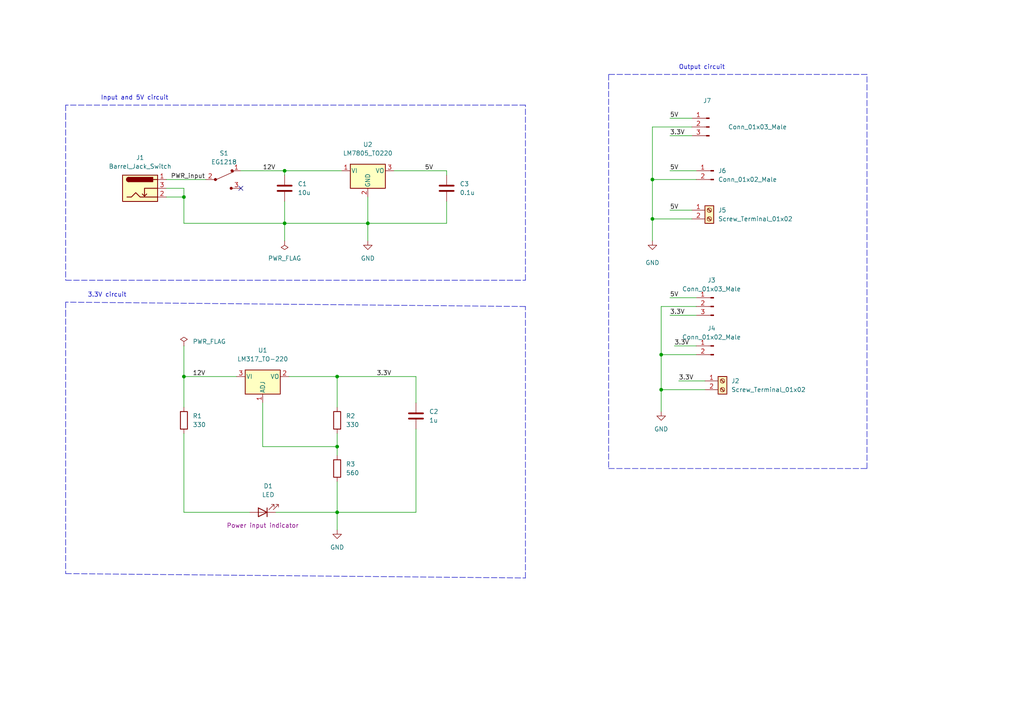
<source format=kicad_sch>
(kicad_sch (version 20211123) (generator eeschema)
  (paper "A4")
  (title_block (title "Breadboard Power Supply") (date "2025-05-13") (rev "1") (company "Tech Explorations"))
  (lib_symbols
    (symbol "Connector:Barrel_Jack_Switch" (pin_names hide)
      (property "Reference" "J" (at 0 5.334 0))
      (property "Value" "Barrel_Jack_Switch" (at 0 -5.08 0))
      (symbol "Barrel_Jack_Switch_0_1"
        (rectangle (start -5.08 3.81) (end 5.08 -3.81) (stroke (width 0.254)) (fill (type background)))
        (arc (start -3.302 3.175) (mid -3.937 2.54) (end -3.302 1.905) (stroke (width 0.254)))
        (arc (start -3.302 3.175) (mid -3.937 2.54) (end -3.302 1.905) (stroke (width 0.254)) (fill (type outline)))
        (polyline (pts (xy 1.27 -2.286) (xy 1.905 -1.651)) (stroke (width 0.254)))
        (polyline (pts (xy 5.08 2.54) (xy 3.81 2.54)) (stroke (width 0.254)))
        (polyline (pts (xy 5.08 0) (xy 1.27 0) (xy 1.27 -2.286) (xy 0.635 -1.651)) (stroke (width 0.254)))
        (polyline (pts (xy -3.81 -2.54) (xy -2.54 -2.54) (xy -1.27 -1.27) (xy 0 -2.54) (xy 2.54 -2.54) (xy 5.08 -2.54)) (stroke (width 0.254)))
        (rectangle (start 3.683 3.175) (end -3.302 1.905) (stroke (width 0.254)) (fill (type outline)))
      )
      (symbol "Barrel_Jack_Switch_1_1"
        (pin passive line (at 7.62 2.54 180) (length 2.54) (name "~") (number "1"))
        (pin passive line (at 7.62 -2.54 180) (length 2.54) (name "~") (number "2"))
        (pin passive line (at 7.62 0 180) (length 2.54) (name "~") (number "3"))
      )
    )
    (symbol "Connector:Conn_01x02_Male" (pin_names (offset 1.016) hide)
      (property "Reference" "J" (at 0 2.54 0))
      (property "Value" "Conn_01x02_Male" (at 0 -5.08 0))
      (symbol "Conn_01x02_Male_1_1"
        (polyline (pts (xy 1.27 -2.54) (xy 0.8636 -2.54)) (stroke (width 0.1524)))
        (polyline (pts (xy 1.27 0) (xy 0.8636 0)) (stroke (width 0.1524)))
        (rectangle (start 0.8636 -2.413) (end 0 -2.667) (stroke (width 0.1524)) (fill (type outline)))
        (rectangle (start 0.8636 0.127) (end 0 -0.127) (stroke (width 0.1524)) (fill (type outline)))
        (pin passive line (at 5.08 0 180) (length 3.81) (name "Pin_1") (number "1"))
        (pin passive line (at 5.08 -2.54 180) (length 3.81) (name "Pin_2") (number "2"))
      )
    )
    (symbol "Connector:Conn_01x03_Male" (pin_names (offset 1.016) hide)
      (property "Reference" "J" (at 0 5.08 0))
      (property "Value" "Conn_01x03_Male" (at 0 -5.08 0))
      (symbol "Conn_01x03_Male_1_1"
        (polyline (pts (xy 1.27 -2.54) (xy 0.8636 -2.54)) (stroke (width 0.1524)))
        (polyline (pts (xy 1.27 0) (xy 0.8636 0)) (stroke (width 0.1524)))
        (polyline (pts (xy 1.27 2.54) (xy 0.8636 2.54)) (stroke (width 0.1524)))
        (rectangle (start 0.8636 -2.413) (end 0 -2.667) (stroke (width 0.1524)) (fill (type outline)))
        (rectangle (start 0.8636 0.127) (end 0 -0.127) (stroke (width 0.1524)) (fill (type outline)))
        (rectangle (start 0.8636 2.667) (end 0 2.413) (stroke (width 0.1524)) (fill (type outline)))
        (pin passive line (at 5.08 2.54 180) (length 3.81) (name "Pin_1") (number "1"))
        (pin passive line (at 5.08 0 180) (length 3.81) (name "Pin_2") (number "2"))
        (pin passive line (at 5.08 -2.54 180) (length 3.81) (name "Pin_3") (number "3"))
      )
    )
    (symbol "Connector:Screw_Terminal_01x02" (pin_names (offset 1.016) hide)
      (property "Reference" "J" (at 0 2.54 0))
      (property "Value" "Screw_Terminal_01x02" (at 0 -5.08 0))
      (symbol "Screw_Terminal_01x02_1_1"
        (rectangle (start -1.27 1.27) (end 1.27 -3.81) (stroke (width 0.254)) (fill (type background)))
        (circle (center 0 -2.54) (radius 0.635) (stroke (width 0.1524)))
        (polyline (pts (xy -0.5334 -2.2098) (xy 0.3302 -3.048)) (stroke (width 0.1524)))
        (polyline (pts (xy -0.5334 0.3302) (xy 0.3302 -0.508)) (stroke (width 0.1524)))
        (polyline (pts (xy -0.3556 -2.032) (xy 0.508 -2.8702)) (stroke (width 0.1524)))
        (polyline (pts (xy -0.3556 0.508) (xy 0.508 -0.3302)) (stroke (width 0.1524)))
        (circle (center 0 0) (radius 0.635) (stroke (width 0.1524)))
        (pin passive line (at -5.08 0 0) (length 3.81) (name "Pin_1") (number "1"))
        (pin passive line (at -5.08 -2.54 0) (length 3.81) (name "Pin_2") (number "2"))
      )
    )
    (symbol "Device:C" (pin_numbers hide) (pin_names (offset 0.254))
      (property "Reference" "C" (at 0.635 2.54 0))
      (property "Value" "C" (at 0.635 -2.54 0))
      (symbol "C_0_1"
        (polyline (pts (xy -2.032 -0.762) (xy 2.032 -0.762)) (stroke (width 0.508)))
        (polyline (pts (xy -2.032 0.762) (xy 2.032 0.762)) (stroke (width 0.508)))
      )
      (symbol "C_1_1"
        (pin passive line (at 0 3.81 270) (length 2.794) (name "~") (number "1"))
        (pin passive line (at 0 -3.81 90) (length 2.794) (name "~") (number "2"))
      )
    )
    (symbol "Device:LED" (pin_numbers hide) (pin_names (offset 1.016) hide)
      (property "Reference" "D" (at 0 2.54 0))
      (property "Value" "LED" (at 0 -2.54 0))
      (symbol "LED_0_1"
        (polyline (pts (xy -1.27 -1.27) (xy -1.27 1.27)) (stroke (width 0.254)))
        (polyline (pts (xy -1.27 0) (xy 1.27 0)))
        (polyline (pts (xy 1.27 -1.27) (xy 1.27 1.27) (xy -1.27 0) (xy 1.27 -1.27)) (stroke (width 0.254)))
        (polyline (pts (xy -3.048 -0.762) (xy -4.572 -2.286) (xy -3.81 -2.286) (xy -4.572 -2.286) (xy -4.572 -1.524)))
        (polyline (pts (xy -1.778 -0.762) (xy -3.302 -2.286) (xy -2.54 -2.286) (xy -3.302 -2.286) (xy -3.302 -1.524)))
      )
      (symbol "LED_1_1"
        (pin passive line (at -3.81 0 0) (length 2.54) (name "K") (number "1"))
        (pin passive line (at 3.81 0 180) (length 2.54) (name "A") (number "2"))
      )
    )
    (symbol "Device:R" (pin_numbers hide) (pin_names (offset 0))
      (property "Reference" "R" (at 2.032 0 90))
      (property "Value" "R" (at 0 0 90))
      (symbol "R_0_1"
        (rectangle (start -1.016 -2.54) (end 1.016 2.54) (stroke (width 0.254)))
      )
      (symbol "R_1_1"
        (pin passive line (at 0 3.81 270) (length 1.27) (name "~") (number "1"))
        (pin passive line (at 0 -3.81 90) (length 1.27) (name "~") (number "2"))
      )
    )
    (symbol "Regulator_Linear:LM317_TO-220" (pin_names (offset 0.254))
      (property "Reference" "U" (at -3.81 3.175 0))
      (property "Value" "LM317_TO-220" (at 0 3.175 0))
      (symbol "LM317_TO-220_0_1"
        (rectangle (start -5.08 1.905) (end 5.08 -5.08) (stroke (width 0.254)) (fill (type background)))
      )
      (symbol "LM317_TO-220_1_1"
        (pin input line (at 0 -7.62 90) (length 2.54) (name "ADJ") (number "1"))
        (pin power_out line (at 7.62 0 180) (length 2.54) (name "VO") (number "2"))
        (pin power_in line (at -7.62 0 0) (length 2.54) (name "VI") (number "3"))
      )
    )
    (symbol "Regulator_Linear:LM7805_TO220" (pin_names (offset 0.254))
      (property "Reference" "U" (at -3.81 3.175 0))
      (property "Value" "LM7805_TO220" (at 0 3.175 0))
      (symbol "LM7805_TO220_0_1"
        (rectangle (start -5.08 1.905) (end 5.08 -5.08) (stroke (width 0.254)) (fill (type background)))
      )
      (symbol "LM7805_TO220_1_1"
        (pin power_in line (at -7.62 0 0) (length 2.54) (name "VI") (number "1"))
        (pin power_in line (at 0 -7.62 90) (length 2.54) (name "GND") (number "2"))
        (pin power_out line (at 7.62 0 180) (length 2.54) (name "VO") (number "3"))
      )
    )
    (symbol "dk_Slide-Switches:EG1218" (pin_names (offset 0))
      (property "Reference" "S" (at -3.81 2.286 0))
      (property "Value" "EG1218" (at 0 -5.334 0))
      (symbol "EG1218_0_1"
        (circle (center -2.286 0) (radius 0.3556) (fill (type outline)))
        (polyline (pts (xy -2.032 0) (xy 3.048 2.286)))
        (circle (center 2.286 -2.54) (radius 0.3556) (fill (type outline)))
        (circle (center 2.54 2.54) (radius 0.3556) (fill (type outline)))
      )
      (symbol "EG1218_1_1"
        (pin passive line (at 5.08 2.54 180) (length 2.54) (name "~") (number "1"))
        (pin passive line (at -5.08 0 0) (length 2.54) (name "~") (number "2"))
        (pin passive line (at 5.08 -2.54 180) (length 2.54) (name "~") (number "3"))
      )
    )
    (symbol "power:GND" (power) (pin_names (offset 0))
      (property "Value" "GND" (at 0 -3.81 0))
      (symbol "GND_0_1"
        (polyline (pts (xy 0 0) (xy 0 -1.27) (xy 1.27 -1.27) (xy 0 -2.54) (xy -1.27 -1.27) (xy 0 -1.27)))
      )
      (symbol "GND_1_1"
        (pin power_in line (at 0 0 270) (length 0) hide (name "GND") (number "1"))
      )
    )
    (symbol "power:PWR_FLAG" (power) (pin_numbers hide) (pin_names (offset 0) hide)
      (property "Value" "PWR_FLAG" (at 0 3.81 0))
      (symbol "PWR_FLAG_0_0"
        (pin power_out line (at 0 0 90) (length 0) (name "pwr") (number "1"))
      )
      (symbol "PWR_FLAG_0_1"
        (polyline (pts (xy 0 0) (xy 0 1.27) (xy -1.016 1.905) (xy 0 2.54) (xy 1.016 1.905) (xy 0 1.27)))
      )
    )
  )
  (junction (at 82.55 64.77))
  (junction (at 82.55 49.53))
  (junction (at 191.77 102.87))
  (junction (at 53.34 57.15))
  (junction (at 191.77 113.03))
  (junction (at 97.79 109.22))
  (junction (at 189.23 63.5))
  (junction (at 106.68 64.77))
  (junction (at 97.79 129.54))
  (junction (at 53.34 109.22))
  (junction (at 189.23 52.07))
  (junction (at 97.79 148.59))
  (no_connect (at 69.85 54.61))
  (polyline (pts (xy 152.4 167.64) (xy 152.4 88.9)))
  (wire (pts (xy 106.68 64.77) (xy 82.55 64.77)))
  (wire (pts (xy 196.85 110.49) (xy 204.47 110.49)))
  (wire (pts (xy 97.79 109.22) (xy 97.79 118.11)))
  (polyline (pts (xy 251.46 135.89) (xy 251.46 21.59)))
  (wire (pts (xy 53.34 125.73) (xy 53.34 148.59)))
  (polyline (pts (xy 176.53 24.13) (xy 176.53 135.89)))
  (wire (pts (xy 189.23 69.85) (xy 189.23 63.5)))
  (wire (pts (xy 53.34 100.33) (xy 53.34 109.22)))
  (wire (pts (xy 82.55 64.77) (xy 53.34 64.77)))
  (wire (pts (xy 82.55 69.85) (xy 82.55 64.77)))
  (wire (pts (xy 97.79 132.08) (xy 97.79 129.54)))
  (polyline (pts (xy 19.05 166.37) (xy 152.4 167.64)))
  (wire (pts (xy 82.55 58.42) (xy 82.55 64.77)))
  (wire (pts (xy 120.65 124.46) (xy 120.65 148.59)))
  (wire (pts (xy 48.26 52.07) (xy 59.69 52.07)))
  (polyline (pts (xy 19.05 81.28) (xy 152.4 81.28)))
  (wire (pts (xy 129.54 58.42) (xy 129.54 64.77)))
  (polyline (pts (xy 152.4 88.9) (xy 19.05 87.63)))
  (wire (pts (xy 97.79 129.54) (xy 97.79 125.73)))
  (wire (pts (xy 106.68 69.85) (xy 106.68 64.77)))
  (polyline (pts (xy 152.4 81.28) (xy 152.4 30.48)))
  (wire (pts (xy 129.54 49.53) (xy 129.54 50.8)))
  (wire (pts (xy 201.93 88.9) (xy 191.77 88.9)))
  (wire (pts (xy 53.34 64.77) (xy 53.34 57.15)))
  (wire (pts (xy 76.2 129.54) (xy 97.79 129.54)))
  (wire (pts (xy 99.06 49.53) (xy 82.55 49.53)))
  (wire (pts (xy 195.58 100.33) (xy 201.93 100.33)))
  (polyline (pts (xy 176.53 21.59) (xy 176.53 24.13)))
  (wire (pts (xy 191.77 113.03) (xy 191.77 102.87)))
  (wire (pts (xy 189.23 52.07) (xy 189.23 36.83)))
  (wire (pts (xy 200.66 60.96) (xy 194.31 60.96)))
  (polyline (pts (xy 176.53 135.89) (xy 251.46 135.89)))
  (wire (pts (xy 97.79 139.7) (xy 97.79 148.59)))
  (wire (pts (xy 191.77 119.38) (xy 191.77 113.03)))
  (wire (pts (xy 82.55 49.53) (xy 82.55 50.8)))
  (wire (pts (xy 120.65 109.22) (xy 97.79 109.22)))
  (wire (pts (xy 114.3 49.53) (xy 129.54 49.53)))
  (wire (pts (xy 189.23 52.07) (xy 201.93 52.07)))
  (wire (pts (xy 129.54 64.77) (xy 106.68 64.77)))
  (wire (pts (xy 97.79 153.67) (xy 97.79 148.59)))
  (wire (pts (xy 201.93 91.44) (xy 194.31 91.44)))
  (wire (pts (xy 97.79 109.22) (xy 83.82 109.22)))
  (wire (pts (xy 48.26 54.61) (xy 53.34 54.61)))
  (wire (pts (xy 120.65 116.84) (xy 120.65 109.22)))
  (polyline (pts (xy 19.05 90.17) (xy 19.05 166.37)))
  (wire (pts (xy 191.77 88.9) (xy 191.77 102.87)))
  (polyline (pts (xy 251.46 21.59) (xy 176.53 21.59)))
  (wire (pts (xy 53.34 57.15) (xy 48.26 57.15)))
  (polyline (pts (xy 19.05 87.63) (xy 19.05 90.17)))
  (wire (pts (xy 53.34 148.59) (xy 72.39 148.59)))
  (wire (pts (xy 189.23 63.5) (xy 200.66 63.5)))
  (wire (pts (xy 53.34 54.61) (xy 53.34 57.15)))
  (wire (pts (xy 106.68 57.15) (xy 106.68 64.77)))
  (wire (pts (xy 200.66 34.29) (xy 194.31 34.29)))
  (wire (pts (xy 120.65 148.59) (xy 97.79 148.59)))
  (wire (pts (xy 191.77 102.87) (xy 201.93 102.87)))
  (wire (pts (xy 189.23 36.83) (xy 200.66 36.83)))
  (wire (pts (xy 201.93 86.36) (xy 194.31 86.36)))
  (wire (pts (xy 53.34 109.22) (xy 53.34 118.11)))
  (polyline (pts (xy 19.05 30.48) (xy 19.05 33.02)))
  (wire (pts (xy 69.85 49.53) (xy 82.55 49.53)))
  (polyline (pts (xy 152.4 30.48) (xy 19.05 30.48)))
  (wire (pts (xy 76.2 116.84) (xy 76.2 129.54)))
  (wire (pts (xy 97.79 148.59) (xy 80.01 148.59)))
  (wire (pts (xy 68.58 109.22) (xy 53.34 109.22)))
  (wire (pts (xy 194.31 49.53) (xy 201.93 49.53)))
  (polyline (pts (xy 19.05 33.02) (xy 19.05 81.28)))
  (wire (pts (xy 189.23 63.5) (xy 189.23 52.07)))
  (wire (pts (xy 204.47 113.03) (xy 191.77 113.03)))
  (wire (pts (xy 200.66 39.37) (xy 194.31 39.37)))
  (text "Output circuit\n" (at 196.85 20.32 0) (effects (font (size 1.27 1.27)) (justify left bottom)))
  (text "3.3V circuit\n" (at 25.4 86.36 0) (effects (font (size 1.27 1.27)) (justify left bottom)))
  (text "Input and 5V circuit" (at 29.21 29.21 0) (effects (font (size 1.27 1.27)) (justify left bottom)))
  (label "12V" (at 76.2 49.53 0))
  (label "5V" (at 194.31 86.36 0))
  (label "3.3V" (at 194.31 39.37 0))
  (label "3.3V" (at 194.31 91.44 0))
  (label "5V" (at 194.31 49.53 0))
  (label "5V" (at 123.19 49.53 0))
  (label "3.3V" (at 109.22 109.22 0))
  (label "3.3V" (at 196.85 110.49 0))
  (label "PWR_input" (at 49.53 52.07 0))
  (label "5V" (at 194.31 60.96 0))
  (label "12V" (at 55.88 109.22 0))
  (label "5V" (at 194.31 34.29 0))
  (label "3.3V" (at 195.58 100.33 0))
  (symbol (lib_id "Connector:Screw_Terminal_01x02") (at 209.55 110.49 0) (unit 1)
    (property "Reference" "J2" (at 212.09 110.4899 0) (effects (justify left)))
    (property "Value" "Screw_Terminal_01x02" (at 212.09 113.0299 0) (effects (justify left)))
    (property "Footprint" "TerminalBlock:TerminalBlock_bornier-2_P5.08mm" (effects hide))
  )
  (symbol (lib_id "Device:C") (at 129.54 54.61 0) (unit 1)
    (property "Reference" "C3" (at 133.35 53.3399 0) (effects (justify left)))
    (property "Value" "0.1u" (at 133.35 55.8799 0) (effects (justify left)))
    (property "Footprint" "Capacitor_THT:C_Disc_D3.0mm_W1.6mm_P2.50mm" (effects hide))
  )
  (symbol (lib_id "Connector:Conn_01x03_Male") (at 207.01 88.9 0) (mirror y) (unit 1)
    (property "Reference" "J3" (at 206.375 81.28 0))
    (property "Value" "Conn_01x03_Male" (at 206.375 83.82 0))
    (property "Footprint" "Connector_PinHeader_2.54mm:PinHeader_1x03_P2.54mm_Vertical" (effects hide))
  )
  (symbol (lib_id "Device:C") (at 82.55 54.61 0) (unit 1)
    (property "Reference" "C1" (at 86.36 53.3399 0) (effects (justify left)))
    (property "Value" "10u" (at 86.36 55.8799 0) (effects (justify left)))
    (property "Footprint" "Capacitor_THT:C_Disc_D3.0mm_W1.6mm_P2.50mm" (effects hide))
  )
  (symbol (lib_id "power:GND") (at 97.79 153.67 0) (unit 1)
    (property "Reference" "#PWR0104" (effects hide))
    (property "Value" "GND" (at 97.79 158.75 0))
  )
  (symbol (lib_id "Connector:Conn_01x02_Male") (at 207.01 100.33 0) (mirror y) (unit 1)
    (property "Reference" "J4" (at 206.375 95.25 0))
    (property "Value" "Conn_01x02_Male" (at 206.375 97.79 0))
    (property "Footprint" "Connector_PinHeader_2.54mm:PinHeader_1x02_P2.54mm_Vertical" (effects hide))
  )
  (symbol (lib_id "power:GND") (at 189.23 69.85 0) (unit 1)
    (property "Reference" "#PWR0102" (effects hide))
    (property "Value" "GND" (at 189.23 76.2 0))
  )
  (symbol (lib_id "Device:R") (at 97.79 135.89 180) (unit 1)
    (property "Reference" "R3" (at 100.33 134.6199 0) (effects (justify right)))
    (property "Value" "560" (at 100.33 137.1599 0) (effects (justify right)))
    (property "Footprint" "Resistor_THT:R_Axial_DIN0204_L3.6mm_D1.6mm_P7.62mm_Horizontal" (effects hide))
  )
  (symbol (lib_id "power:GND") (at 106.68 69.85 0) (unit 1)
    (property "Reference" "#PWR0103" (effects hide))
    (property "Value" "GND" (at 106.68 74.93 0))
  )
  (symbol (lib_id "Regulator_Linear:LM7805_TO220") (at 106.68 49.53 0) (unit 1)
    (property "Reference" "U2" (at 106.68 41.91 0))
    (property "Value" "LM7805_TO220" (at 106.68 44.45 0))
    (property "Footprint" "Package_TO_SOT_THT:TO-220-3_Vertical" (effects hide))
    (property "Datasheet" "https://www.onsemi.cn/PowerSolutions/document/MC7800-D.PDF" (effects hide))
  )
  (symbol (lib_id "Regulator_Linear:LM317_TO-220") (at 76.2 109.22 0) (unit 1)
    (property "Reference" "U1" (at 76.2 101.6 0))
    (property "Value" "LM317_TO-220" (at 76.2 104.14 0))
    (property "Footprint" "Package_TO_SOT_THT:TO-220-3_Vertical" (effects hide))
    (property "Datasheet" "http://www.ti.com/lit/ds/symlink/lm317.pdf" (effects hide))
  )
  (symbol (lib_id "power:PWR_FLAG") (at 82.55 69.85 180) (unit 1)
    (property "Reference" "#FLG0101" (effects hide))
    (property "Value" "PWR_FLAG" (at 82.55 74.93 0))
  )
  (symbol (lib_id "Connector:Conn_01x03_Male") (at 205.74 36.83 0) (mirror y) (unit 1)
    (property "Reference" "J7" (at 205.105 29.21 0))
    (property "Value" "Conn_01x03_Male" (at 219.71 36.83 0))
    (property "Footprint" "Connector_PinHeader_2.54mm:PinHeader_1x03_P2.54mm_Vertical" (effects hide))
  )
  (symbol (lib_id "power:GND") (at 191.77 119.38 0) (unit 1)
    (property "Reference" "#PWR0101" (effects hide))
    (property "Value" "GND" (at 191.77 124.46 0))
  )
  (symbol (lib_id "Device:C") (at 120.65 120.65 0) (unit 1)
    (property "Reference" "C2" (at 124.46 119.3799 0) (effects (justify left)))
    (property "Value" "1u" (at 124.46 121.9199 0) (effects (justify left)))
    (property "Footprint" "Capacitor_THT:C_Disc_D3.0mm_W1.6mm_P2.50mm" (effects hide))
  )
  (symbol (lib_id "Device:R") (at 53.34 121.92 180) (unit 1)
    (property "Reference" "R1" (at 55.88 120.6499 0) (effects (justify right)))
    (property "Value" "330" (at 55.88 123.1899 0) (effects (justify right)))
    (property "Footprint" "Resistor_THT:R_Axial_DIN0204_L3.6mm_D1.6mm_P7.62mm_Horizontal" (effects hide))
  )
  (symbol (lib_id "Device:LED") (at 76.2 148.59 180) (unit 1)
    (property "Reference" "D1" (at 77.7875 140.97 0))
    (property "Value" "LED" (at 77.7875 143.51 0))
    (property "Footprint" "LED_THT:LED_D5.0mm" (effects hide))
    (property "Purpose" "Power input indicator" (at 76.2 152.4 0))
  )
  (symbol (lib_id "Connector:Screw_Terminal_01x02") (at 205.74 60.96 0) (unit 1)
    (property "Reference" "J5" (at 208.28 60.9599 0) (effects (justify left)))
    (property "Value" "Screw_Terminal_01x02" (at 208.28 63.4999 0) (effects (justify left)))
    (property "Footprint" "TerminalBlock:TerminalBlock_bornier-2_P5.08mm" (effects hide))
  )
  (symbol (lib_id "power:PWR_FLAG") (at 53.34 100.33 0) (unit 1)
    (property "Reference" "#FLG0102" (effects hide))
    (property "Value" "PWR_FLAG" (at 55.88 99.0599 0) (effects (justify left)))
  )
  (symbol (lib_id "Connector:Conn_01x02_Male") (at 207.01 49.53 0) (mirror y) (unit 1)
    (property "Reference" "J6" (at 208.28 49.5299 0) (effects (justify right)))
    (property "Value" "Conn_01x02_Male" (at 208.28 52.0699 0) (effects (justify right)))
    (property "Footprint" "Connector_PinHeader_2.54mm:PinHeader_1x02_P2.54mm_Vertical" (effects hide))
  )
  (symbol (lib_id "dk_Slide-Switches:EG1218") (at 64.77 52.07 0) (unit 1)
    (property "Reference" "S1" (at 64.9732 44.45 0))
    (property "Value" "EG1218" (at 64.9732 46.99 0))
    (property "Footprint" "digikey-footprints:Switch_Slide_11.6x4mm_EG1218" (effects hide))
    (property "Datasheet" "http://spec_sheets.e-switch.com/specs/P040040.pdf" (effects hide))
    (property "Digi-Key_PN" "EG1903-ND" (effects hide))
    (property "MPN" "EG1218" (effects hide))
    (property "Category" "Switches" (effects hide))
    (property "Family" "Slide Switches" (effects hide))
    (property "DK_Datasheet_Link" "http://spec_sheets.e-switch.com/specs/P040040.pdf" (effects hide))
    (property "DK_Detail_Page" "/product-detail/en/e-switch/EG1218/EG1903-ND/101726" (effects hide))
    (property "Description" "SWITCH SLIDE SPDT 200MA 30V" (effects hide))
    (property "Manufacturer" "E-Switch" (effects hide))
    (property "Status" "Active" (effects hide))
  )
  (symbol (lib_id "Device:R") (at 97.79 121.92 180) (unit 1)
    (property "Reference" "R2" (at 100.33 120.6499 0) (effects (justify right)))
    (property "Value" "330" (at 100.33 123.1899 0) (effects (justify right)))
    (property "Footprint" "Resistor_THT:R_Axial_DIN0204_L3.6mm_D1.6mm_P7.62mm_Horizontal" (effects hide))
  )
  (symbol (lib_id "Connector:Barrel_Jack_Switch") (at 40.64 54.61 0) (unit 1)
    (property "Reference" "J1" (at 40.64 45.72 0))
    (property "Value" "Barrel_Jack_Switch" (at 40.64 48.26 0))
    (property "Footprint" "Connector_BarrelJack:BarrelJack_Horizontal" (effects hide))
  )
)
</source>
